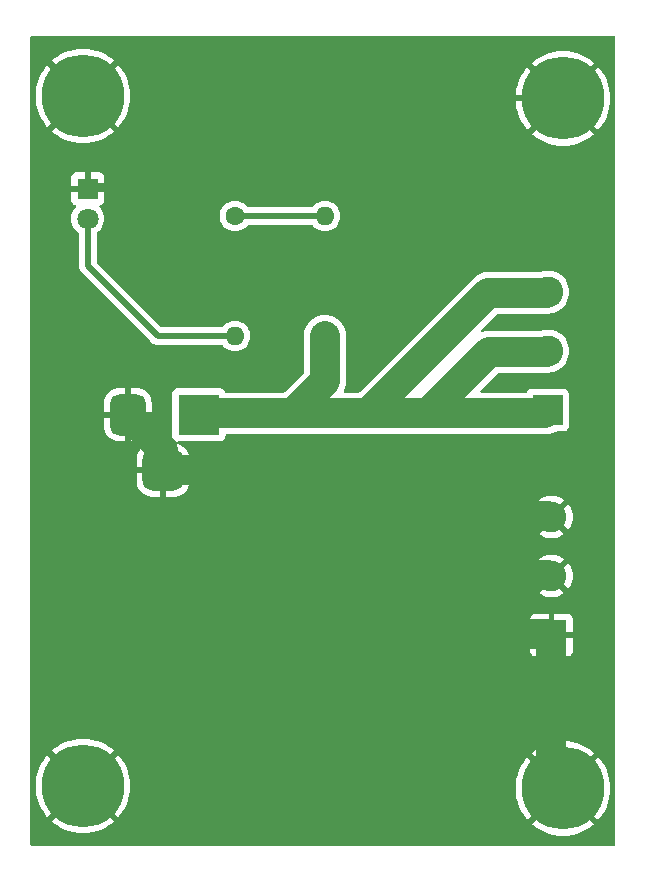
<source format=gbr>
%TF.GenerationSoftware,KiCad,Pcbnew,8.0.4*%
%TF.CreationDate,2024-11-12T18:47:43-08:00*%
%TF.ProjectId,PD Jack_RevA,5044204a-6163-46b5-9f52-6576412e6b69,rev?*%
%TF.SameCoordinates,Original*%
%TF.FileFunction,Copper,L2,Bot*%
%TF.FilePolarity,Positive*%
%FSLAX46Y46*%
G04 Gerber Fmt 4.6, Leading zero omitted, Abs format (unit mm)*
G04 Created by KiCad (PCBNEW 8.0.4) date 2024-11-12 18:47:43*
%MOMM*%
%LPD*%
G01*
G04 APERTURE LIST*
G04 Aperture macros list*
%AMRoundRect*
0 Rectangle with rounded corners*
0 $1 Rounding radius*
0 $2 $3 $4 $5 $6 $7 $8 $9 X,Y pos of 4 corners*
0 Add a 4 corners polygon primitive as box body*
4,1,4,$2,$3,$4,$5,$6,$7,$8,$9,$2,$3,0*
0 Add four circle primitives for the rounded corners*
1,1,$1+$1,$2,$3*
1,1,$1+$1,$4,$5*
1,1,$1+$1,$6,$7*
1,1,$1+$1,$8,$9*
0 Add four rect primitives between the rounded corners*
20,1,$1+$1,$2,$3,$4,$5,0*
20,1,$1+$1,$4,$5,$6,$7,0*
20,1,$1+$1,$6,$7,$8,$9,0*
20,1,$1+$1,$8,$9,$2,$3,0*%
G04 Aperture macros list end*
%TA.AperFunction,ComponentPad*%
%ADD10C,7.000000*%
%TD*%
%TA.AperFunction,ComponentPad*%
%ADD11R,1.800000X1.800000*%
%TD*%
%TA.AperFunction,ComponentPad*%
%ADD12C,1.800000*%
%TD*%
%TA.AperFunction,ComponentPad*%
%ADD13R,3.500000X3.500000*%
%TD*%
%TA.AperFunction,ComponentPad*%
%ADD14RoundRect,0.750000X-0.750000X-1.000000X0.750000X-1.000000X0.750000X1.000000X-0.750000X1.000000X0*%
%TD*%
%TA.AperFunction,ComponentPad*%
%ADD15RoundRect,0.875000X-0.875000X-0.875000X0.875000X-0.875000X0.875000X0.875000X-0.875000X0.875000X0*%
%TD*%
%TA.AperFunction,ComponentPad*%
%ADD16C,1.600000*%
%TD*%
%TA.AperFunction,ComponentPad*%
%ADD17O,1.600000X1.600000*%
%TD*%
%TA.AperFunction,ComponentPad*%
%ADD18R,2.600000X2.600000*%
%TD*%
%TA.AperFunction,ComponentPad*%
%ADD19C,2.600000*%
%TD*%
%TA.AperFunction,Conductor*%
%ADD20C,0.508000*%
%TD*%
%TA.AperFunction,Conductor*%
%ADD21C,2.540000*%
%TD*%
G04 APERTURE END LIST*
D10*
%TO.P,H4,1,1*%
%TO.N,GND*%
X124460000Y-130810000D03*
%TD*%
D11*
%TO.P,D1,1,K*%
%TO.N,GND*%
X124865000Y-80237000D03*
D12*
%TO.P,D1,2,A*%
%TO.N,Net-(D1-A)*%
X124865000Y-82777000D03*
%TD*%
D13*
%TO.P,J1,1*%
%TO.N,18V*%
X134270000Y-99372500D03*
D14*
%TO.P,J1,2*%
%TO.N,GND*%
X128270000Y-99372500D03*
D15*
%TO.P,J1,3*%
X131270000Y-104072500D03*
%TD*%
D16*
%TO.P,R1,1*%
%TO.N,18V*%
X144958000Y-92710000D03*
D17*
%TO.P,R1,2*%
%TO.N,Net-(R1-Pad2)*%
X144958000Y-82550000D03*
%TD*%
D18*
%TO.P,(-)J3,1,Pin_1*%
%TO.N,GND*%
X164135000Y-118030000D03*
D19*
%TO.P,(-)J3,2,Pin_2*%
X164135000Y-113030000D03*
%TO.P,(-)J3,3,Pin_3*%
X164135000Y-108030000D03*
%TD*%
D10*
%TO.P,H2,1,1*%
%TO.N,GND*%
X165100000Y-131017000D03*
%TD*%
%TO.P,H1,1,1*%
%TO.N,GND*%
X165100000Y-72597000D03*
%TD*%
%TO.P,H3,1,1*%
%TO.N,GND*%
X124460000Y-72390000D03*
%TD*%
D18*
%TO.P,(+)J2,1,Pin_1*%
%TO.N,18V*%
X163830000Y-98980000D03*
D19*
%TO.P,(+)J2,2,Pin_2*%
X163830000Y-93980000D03*
%TO.P,(+)J2,3,Pin_3*%
X163830000Y-88980000D03*
%TD*%
D16*
%TO.P,R2,1*%
%TO.N,Net-(R1-Pad2)*%
X137338000Y-82550000D03*
D17*
%TO.P,R2,2*%
%TO.N,Net-(D1-A)*%
X137338000Y-92710000D03*
%TD*%
D20*
%TO.N,Net-(R1-Pad2)*%
X137338000Y-82550000D02*
X144958000Y-82550000D01*
%TO.N,18V*%
X134375500Y-99267000D02*
X134270000Y-99372500D01*
D21*
X163623000Y-99267000D02*
X163830000Y-99060000D01*
X142240000Y-99267000D02*
X144958000Y-96549000D01*
D20*
X163543000Y-99267000D02*
X163830000Y-98980000D01*
D21*
X144958000Y-96549000D02*
X144958000Y-92710000D01*
X142240000Y-99267000D02*
X134375500Y-99267000D01*
X144780000Y-99267000D02*
X142240000Y-99267000D01*
X148590000Y-99267000D02*
X153670000Y-99267000D01*
X163750000Y-89060000D02*
X163830000Y-88980000D01*
X158877000Y-94060000D02*
X153670000Y-99267000D01*
X158797000Y-89060000D02*
X148590000Y-99267000D01*
X163750000Y-94060000D02*
X163830000Y-93980000D01*
X153670000Y-99267000D02*
X163543000Y-99267000D01*
X158797000Y-89060000D02*
X163750000Y-89060000D01*
X144780000Y-99267000D02*
X148590000Y-99267000D01*
X158877000Y-94060000D02*
X163750000Y-94060000D01*
D20*
%TO.N,Net-(D1-A)*%
X124865000Y-86765000D02*
X124865000Y-82777000D01*
X130810000Y-92710000D02*
X137338000Y-92710000D01*
X130810000Y-92710000D02*
X124865000Y-86765000D01*
D21*
%TO.N,GND*%
X131270000Y-104072500D02*
X143510000Y-104072500D01*
X143510000Y-105410000D02*
X156050000Y-117950000D01*
D20*
X133350000Y-76200000D02*
X129540000Y-80010000D01*
D21*
X148590000Y-105410000D02*
X156130000Y-112950000D01*
D20*
X158543000Y-72597000D02*
X165100000Y-72597000D01*
D21*
X156130000Y-112950000D02*
X163830000Y-112950000D01*
X143510000Y-104072500D02*
X143510000Y-105410000D01*
X156210000Y-107950000D02*
X163830000Y-107950000D01*
X156050000Y-117950000D02*
X163830000Y-117950000D01*
X128270000Y-99372500D02*
X131270000Y-102372500D01*
X164135000Y-118030000D02*
X164135000Y-130052000D01*
D20*
X158543000Y-72597000D02*
X154940000Y-76200000D01*
D21*
X152332500Y-104072500D02*
X156210000Y-107950000D01*
X148590000Y-104072500D02*
X148590000Y-105410000D01*
D20*
X125092000Y-80010000D02*
X124865000Y-80237000D01*
X154940000Y-76200000D02*
X133350000Y-76200000D01*
D21*
X131270000Y-102372500D02*
X131270000Y-104072500D01*
D20*
X129540000Y-80010000D02*
X125092000Y-80010000D01*
D21*
X164135000Y-130052000D02*
X165100000Y-131017000D01*
X148590000Y-104072500D02*
X152332500Y-104072500D01*
X143510000Y-104072500D02*
X148590000Y-104072500D01*
%TD*%
%TA.AperFunction,Conductor*%
%TO.N,GND*%
G36*
X169488039Y-67329685D02*
G01*
X169533794Y-67382489D01*
X169545000Y-67434000D01*
X169545000Y-135766000D01*
X169525315Y-135833039D01*
X169472511Y-135878794D01*
X169421000Y-135890000D01*
X120139000Y-135890000D01*
X120071961Y-135870315D01*
X120026206Y-135817511D01*
X120015000Y-135766000D01*
X120015000Y-130810000D01*
X120455176Y-130810000D01*
X120474461Y-131202550D01*
X120532129Y-131591308D01*
X120627625Y-131972549D01*
X120760016Y-132342559D01*
X120760023Y-132342575D01*
X120928062Y-132697864D01*
X121130109Y-133034958D01*
X121364228Y-133350632D01*
X121460068Y-133456376D01*
X121460069Y-133456376D01*
X123058381Y-131858064D01*
X123141457Y-131966331D01*
X123303669Y-132128543D01*
X123411934Y-132211617D01*
X121813622Y-133809929D01*
X121813622Y-133809930D01*
X121919367Y-133905771D01*
X122235041Y-134139890D01*
X122572135Y-134341937D01*
X122927424Y-134509976D01*
X122927440Y-134509983D01*
X123297450Y-134642374D01*
X123678691Y-134737870D01*
X124067449Y-134795538D01*
X124460000Y-134814823D01*
X124852550Y-134795538D01*
X125241308Y-134737870D01*
X125622549Y-134642374D01*
X125992559Y-134509983D01*
X125992575Y-134509976D01*
X126347864Y-134341937D01*
X126684958Y-134139890D01*
X127000632Y-133905770D01*
X127106376Y-133809929D01*
X125508065Y-132211618D01*
X125616331Y-132128543D01*
X125778543Y-131966331D01*
X125861618Y-131858065D01*
X127459929Y-133456376D01*
X127555770Y-133350632D01*
X127789890Y-133034958D01*
X127991937Y-132697864D01*
X128159976Y-132342575D01*
X128159983Y-132342559D01*
X128292374Y-131972549D01*
X128387870Y-131591308D01*
X128445538Y-131202550D01*
X128454654Y-131017000D01*
X161095176Y-131017000D01*
X161114461Y-131409550D01*
X161172129Y-131798308D01*
X161267625Y-132179549D01*
X161400016Y-132549559D01*
X161400023Y-132549575D01*
X161568062Y-132904864D01*
X161770109Y-133241958D01*
X162004228Y-133557632D01*
X162100068Y-133663376D01*
X162100069Y-133663376D01*
X163698381Y-132065064D01*
X163781457Y-132173331D01*
X163943669Y-132335543D01*
X164051934Y-132418617D01*
X162453622Y-134016929D01*
X162453622Y-134016930D01*
X162559367Y-134112771D01*
X162875041Y-134346890D01*
X163212135Y-134548937D01*
X163567424Y-134716976D01*
X163567440Y-134716983D01*
X163937450Y-134849374D01*
X164318691Y-134944870D01*
X164707449Y-135002538D01*
X165100000Y-135021823D01*
X165492550Y-135002538D01*
X165881308Y-134944870D01*
X166262549Y-134849374D01*
X166632559Y-134716983D01*
X166632575Y-134716976D01*
X166987864Y-134548937D01*
X167324958Y-134346890D01*
X167640632Y-134112770D01*
X167746376Y-134016929D01*
X166148065Y-132418618D01*
X166256331Y-132335543D01*
X166418543Y-132173331D01*
X166501618Y-132065065D01*
X168099929Y-133663376D01*
X168195770Y-133557632D01*
X168429890Y-133241958D01*
X168631937Y-132904864D01*
X168799976Y-132549575D01*
X168799983Y-132549559D01*
X168932374Y-132179549D01*
X169027870Y-131798308D01*
X169085538Y-131409550D01*
X169104823Y-131017000D01*
X169085538Y-130624449D01*
X169027870Y-130235691D01*
X168932374Y-129854450D01*
X168799983Y-129484440D01*
X168799976Y-129484424D01*
X168631937Y-129129135D01*
X168429890Y-128792041D01*
X168195771Y-128476367D01*
X168099930Y-128370622D01*
X168099929Y-128370622D01*
X166501617Y-129968934D01*
X166418543Y-129860669D01*
X166256331Y-129698457D01*
X166148065Y-129615381D01*
X167746376Y-128017069D01*
X167746376Y-128017068D01*
X167640632Y-127921228D01*
X167324958Y-127687109D01*
X166987864Y-127485062D01*
X166632575Y-127317023D01*
X166632559Y-127317016D01*
X166262549Y-127184625D01*
X165881308Y-127089129D01*
X165492550Y-127031461D01*
X165100000Y-127012176D01*
X164707449Y-127031461D01*
X164318691Y-127089129D01*
X163937450Y-127184625D01*
X163567440Y-127317016D01*
X163567424Y-127317023D01*
X163212135Y-127485062D01*
X162875041Y-127687109D01*
X162559368Y-127921228D01*
X162453622Y-128017069D01*
X164051934Y-129615381D01*
X163943669Y-129698457D01*
X163781457Y-129860669D01*
X163698382Y-129968934D01*
X162100069Y-128370622D01*
X162004228Y-128476368D01*
X161770109Y-128792041D01*
X161568062Y-129129135D01*
X161400023Y-129484424D01*
X161400016Y-129484440D01*
X161267625Y-129854450D01*
X161172129Y-130235691D01*
X161114461Y-130624449D01*
X161095176Y-131017000D01*
X128454654Y-131017000D01*
X128464823Y-130810000D01*
X128445538Y-130417449D01*
X128387870Y-130028691D01*
X128292374Y-129647450D01*
X128159983Y-129277440D01*
X128159976Y-129277424D01*
X127991937Y-128922135D01*
X127789890Y-128585041D01*
X127555771Y-128269367D01*
X127459930Y-128163622D01*
X127459929Y-128163622D01*
X125861617Y-129761934D01*
X125778543Y-129653669D01*
X125616331Y-129491457D01*
X125508065Y-129408381D01*
X127106376Y-127810069D01*
X127106376Y-127810068D01*
X127000632Y-127714228D01*
X126684958Y-127480109D01*
X126347864Y-127278062D01*
X125992575Y-127110023D01*
X125992559Y-127110016D01*
X125622549Y-126977625D01*
X125241308Y-126882129D01*
X124852550Y-126824461D01*
X124460000Y-126805176D01*
X124067449Y-126824461D01*
X123678691Y-126882129D01*
X123297450Y-126977625D01*
X122927440Y-127110016D01*
X122927424Y-127110023D01*
X122572135Y-127278062D01*
X122235041Y-127480109D01*
X121919368Y-127714228D01*
X121813622Y-127810069D01*
X123411934Y-129408381D01*
X123303669Y-129491457D01*
X123141457Y-129653669D01*
X123058381Y-129761934D01*
X121460069Y-128163622D01*
X121364228Y-128269368D01*
X121130109Y-128585041D01*
X120928062Y-128922135D01*
X120760023Y-129277424D01*
X120760016Y-129277440D01*
X120627625Y-129647450D01*
X120532129Y-130028691D01*
X120474461Y-130417449D01*
X120455176Y-130810000D01*
X120015000Y-130810000D01*
X120015000Y-116682155D01*
X162335000Y-116682155D01*
X162335000Y-117780000D01*
X163534999Y-117780000D01*
X163509979Y-117840402D01*
X163485000Y-117965981D01*
X163485000Y-118094019D01*
X163509979Y-118219598D01*
X163534999Y-118280000D01*
X162335000Y-118280000D01*
X162335000Y-119377844D01*
X162341401Y-119437372D01*
X162341403Y-119437379D01*
X162391645Y-119572086D01*
X162391649Y-119572093D01*
X162477809Y-119687187D01*
X162477812Y-119687190D01*
X162592906Y-119773350D01*
X162592913Y-119773354D01*
X162727620Y-119823596D01*
X162727627Y-119823598D01*
X162787155Y-119829999D01*
X162787172Y-119830000D01*
X163885000Y-119830000D01*
X163885000Y-118630001D01*
X163945402Y-118655021D01*
X164070981Y-118680000D01*
X164199019Y-118680000D01*
X164324598Y-118655021D01*
X164385000Y-118630001D01*
X164385000Y-119830000D01*
X165482828Y-119830000D01*
X165482844Y-119829999D01*
X165542372Y-119823598D01*
X165542379Y-119823596D01*
X165677086Y-119773354D01*
X165677093Y-119773350D01*
X165792187Y-119687190D01*
X165792190Y-119687187D01*
X165878350Y-119572093D01*
X165878354Y-119572086D01*
X165928596Y-119437379D01*
X165928598Y-119437372D01*
X165934999Y-119377844D01*
X165935000Y-119377827D01*
X165935000Y-118280000D01*
X164735001Y-118280000D01*
X164760021Y-118219598D01*
X164785000Y-118094019D01*
X164785000Y-117965981D01*
X164760021Y-117840402D01*
X164735001Y-117780000D01*
X165935000Y-117780000D01*
X165935000Y-116682172D01*
X165934999Y-116682155D01*
X165928598Y-116622627D01*
X165928596Y-116622620D01*
X165878354Y-116487913D01*
X165878350Y-116487906D01*
X165792190Y-116372812D01*
X165792187Y-116372809D01*
X165677093Y-116286649D01*
X165677086Y-116286645D01*
X165542379Y-116236403D01*
X165542372Y-116236401D01*
X165482844Y-116230000D01*
X164385000Y-116230000D01*
X164385000Y-117429998D01*
X164324598Y-117404979D01*
X164199019Y-117380000D01*
X164070981Y-117380000D01*
X163945402Y-117404979D01*
X163885000Y-117429998D01*
X163885000Y-116230000D01*
X162787155Y-116230000D01*
X162727627Y-116236401D01*
X162727620Y-116236403D01*
X162592913Y-116286645D01*
X162592906Y-116286649D01*
X162477812Y-116372809D01*
X162477809Y-116372812D01*
X162391649Y-116487906D01*
X162391645Y-116487913D01*
X162341403Y-116622620D01*
X162341401Y-116622627D01*
X162335000Y-116682155D01*
X120015000Y-116682155D01*
X120015000Y-113029995D01*
X162329953Y-113029995D01*
X162329953Y-113030004D01*
X162350113Y-113299026D01*
X162350113Y-113299028D01*
X162410142Y-113562033D01*
X162410148Y-113562052D01*
X162508709Y-113813181D01*
X162508708Y-113813181D01*
X162643602Y-114046822D01*
X162697294Y-114114151D01*
X162697295Y-114114151D01*
X163533958Y-113277488D01*
X163558978Y-113337890D01*
X163630112Y-113444351D01*
X163720649Y-113534888D01*
X163827110Y-113606022D01*
X163887510Y-113631041D01*
X163049848Y-114468702D01*
X163232483Y-114593220D01*
X163232485Y-114593221D01*
X163475539Y-114710269D01*
X163475537Y-114710269D01*
X163733337Y-114789790D01*
X163733343Y-114789792D01*
X164000101Y-114829999D01*
X164000110Y-114830000D01*
X164269890Y-114830000D01*
X164269898Y-114829999D01*
X164536656Y-114789792D01*
X164536662Y-114789790D01*
X164794461Y-114710269D01*
X165037521Y-114593218D01*
X165220150Y-114468702D01*
X164382488Y-113631041D01*
X164442890Y-113606022D01*
X164549351Y-113534888D01*
X164639888Y-113444351D01*
X164711022Y-113337890D01*
X164736041Y-113277489D01*
X165572703Y-114114151D01*
X165572704Y-114114150D01*
X165626393Y-114046828D01*
X165626400Y-114046817D01*
X165761290Y-113813181D01*
X165859851Y-113562052D01*
X165859857Y-113562033D01*
X165919886Y-113299028D01*
X165919886Y-113299026D01*
X165940047Y-113030004D01*
X165940047Y-113029995D01*
X165919886Y-112760973D01*
X165919886Y-112760971D01*
X165859857Y-112497966D01*
X165859851Y-112497947D01*
X165761290Y-112246818D01*
X165761291Y-112246818D01*
X165626397Y-112013177D01*
X165572704Y-111945847D01*
X164736041Y-112782510D01*
X164711022Y-112722110D01*
X164639888Y-112615649D01*
X164549351Y-112525112D01*
X164442890Y-112453978D01*
X164382488Y-112428958D01*
X165220150Y-111591296D01*
X165037517Y-111466779D01*
X165037516Y-111466778D01*
X164794460Y-111349730D01*
X164794462Y-111349730D01*
X164536662Y-111270209D01*
X164536656Y-111270207D01*
X164269898Y-111230000D01*
X164000101Y-111230000D01*
X163733343Y-111270207D01*
X163733337Y-111270209D01*
X163475538Y-111349730D01*
X163232485Y-111466778D01*
X163232476Y-111466783D01*
X163049848Y-111591296D01*
X163887511Y-112428958D01*
X163827110Y-112453978D01*
X163720649Y-112525112D01*
X163630112Y-112615649D01*
X163558978Y-112722110D01*
X163533958Y-112782511D01*
X162697295Y-111945848D01*
X162643600Y-112013180D01*
X162508709Y-112246818D01*
X162410148Y-112497947D01*
X162410142Y-112497966D01*
X162350113Y-112760971D01*
X162350113Y-112760973D01*
X162329953Y-113029995D01*
X120015000Y-113029995D01*
X120015000Y-108029995D01*
X162329953Y-108029995D01*
X162329953Y-108030004D01*
X162350113Y-108299026D01*
X162350113Y-108299028D01*
X162410142Y-108562033D01*
X162410148Y-108562052D01*
X162508709Y-108813181D01*
X162508708Y-108813181D01*
X162643602Y-109046822D01*
X162697294Y-109114151D01*
X162697295Y-109114151D01*
X163533958Y-108277488D01*
X163558978Y-108337890D01*
X163630112Y-108444351D01*
X163720649Y-108534888D01*
X163827110Y-108606022D01*
X163887510Y-108631041D01*
X163049848Y-109468702D01*
X163232483Y-109593220D01*
X163232485Y-109593221D01*
X163475539Y-109710269D01*
X163475537Y-109710269D01*
X163733337Y-109789790D01*
X163733343Y-109789792D01*
X164000101Y-109829999D01*
X164000110Y-109830000D01*
X164269890Y-109830000D01*
X164269898Y-109829999D01*
X164536656Y-109789792D01*
X164536662Y-109789790D01*
X164794461Y-109710269D01*
X165037521Y-109593218D01*
X165220150Y-109468702D01*
X164382488Y-108631041D01*
X164442890Y-108606022D01*
X164549351Y-108534888D01*
X164639888Y-108444351D01*
X164711022Y-108337890D01*
X164736041Y-108277489D01*
X165572703Y-109114151D01*
X165572704Y-109114150D01*
X165626393Y-109046828D01*
X165626400Y-109046817D01*
X165761290Y-108813181D01*
X165859851Y-108562052D01*
X165859857Y-108562033D01*
X165919886Y-108299028D01*
X165919886Y-108299026D01*
X165940047Y-108030004D01*
X165940047Y-108029995D01*
X165919886Y-107760973D01*
X165919886Y-107760971D01*
X165859857Y-107497966D01*
X165859851Y-107497947D01*
X165761290Y-107246818D01*
X165761291Y-107246818D01*
X165626397Y-107013177D01*
X165572704Y-106945847D01*
X164736041Y-107782510D01*
X164711022Y-107722110D01*
X164639888Y-107615649D01*
X164549351Y-107525112D01*
X164442890Y-107453978D01*
X164382488Y-107428958D01*
X165220150Y-106591296D01*
X165037517Y-106466779D01*
X165037516Y-106466778D01*
X164794460Y-106349730D01*
X164794462Y-106349730D01*
X164536662Y-106270209D01*
X164536656Y-106270207D01*
X164269898Y-106230000D01*
X164000101Y-106230000D01*
X163733343Y-106270207D01*
X163733337Y-106270209D01*
X163475538Y-106349730D01*
X163232485Y-106466778D01*
X163232476Y-106466783D01*
X163049848Y-106591296D01*
X163887511Y-107428958D01*
X163827110Y-107453978D01*
X163720649Y-107525112D01*
X163630112Y-107615649D01*
X163558978Y-107722110D01*
X163533958Y-107782511D01*
X162697295Y-106945848D01*
X162643600Y-107013180D01*
X162508709Y-107246818D01*
X162410148Y-107497947D01*
X162410142Y-107497966D01*
X162350113Y-107760971D01*
X162350113Y-107760973D01*
X162329953Y-108029995D01*
X120015000Y-108029995D01*
X120015000Y-103103921D01*
X129020000Y-103103921D01*
X129020000Y-103822500D01*
X129836988Y-103822500D01*
X129804075Y-103879507D01*
X129770000Y-104006674D01*
X129770000Y-104138326D01*
X129804075Y-104265493D01*
X129836988Y-104322500D01*
X129020001Y-104322500D01*
X129020001Y-105041088D01*
X129022794Y-105093691D01*
X129067237Y-105323487D01*
X129149879Y-105542475D01*
X129268339Y-105744341D01*
X129268344Y-105744348D01*
X129419211Y-105923286D01*
X129419213Y-105923288D01*
X129598151Y-106074155D01*
X129598158Y-106074160D01*
X129800024Y-106192620D01*
X130019012Y-106275262D01*
X130248809Y-106319705D01*
X130301382Y-106322498D01*
X130301421Y-106322499D01*
X131019999Y-106322499D01*
X131020000Y-106322498D01*
X131020000Y-104572500D01*
X131520000Y-104572500D01*
X131520000Y-106322499D01*
X132238576Y-106322499D01*
X132238588Y-106322498D01*
X132291191Y-106319705D01*
X132520987Y-106275262D01*
X132739975Y-106192620D01*
X132941841Y-106074160D01*
X132941848Y-106074155D01*
X133120786Y-105923288D01*
X133120788Y-105923286D01*
X133271655Y-105744348D01*
X133271660Y-105744341D01*
X133390120Y-105542475D01*
X133472762Y-105323487D01*
X133517205Y-105093691D01*
X133517205Y-105093690D01*
X133519998Y-105041117D01*
X133520000Y-105041078D01*
X133520000Y-104322500D01*
X132703012Y-104322500D01*
X132735925Y-104265493D01*
X132770000Y-104138326D01*
X132770000Y-104006674D01*
X132735925Y-103879507D01*
X132703012Y-103822500D01*
X133519999Y-103822500D01*
X133519999Y-103103923D01*
X133519998Y-103103911D01*
X133517205Y-103051308D01*
X133472762Y-102821512D01*
X133390120Y-102602524D01*
X133271660Y-102400658D01*
X133271655Y-102400651D01*
X133120788Y-102221713D01*
X133120786Y-102221711D01*
X132941848Y-102070844D01*
X132941841Y-102070839D01*
X132739975Y-101952379D01*
X132520984Y-101869736D01*
X132515840Y-101868741D01*
X132453760Y-101836680D01*
X132418869Y-101776146D01*
X132422244Y-101706358D01*
X132462814Y-101649473D01*
X132527697Y-101623552D01*
X132539374Y-101622999D01*
X136067872Y-101622999D01*
X136127483Y-101616591D01*
X136262331Y-101566296D01*
X136377546Y-101480046D01*
X136463796Y-101364831D01*
X136514091Y-101229983D01*
X136520500Y-101170373D01*
X136520500Y-101161500D01*
X136540185Y-101094461D01*
X136592989Y-101048706D01*
X136644500Y-101037500D01*
X142120083Y-101037500D01*
X142120115Y-101037501D01*
X142123955Y-101037501D01*
X142359885Y-101037501D01*
X142359917Y-101037500D01*
X144663955Y-101037500D01*
X148470083Y-101037500D01*
X148470115Y-101037501D01*
X148473955Y-101037501D01*
X148709885Y-101037501D01*
X148709917Y-101037500D01*
X153550083Y-101037500D01*
X153550115Y-101037501D01*
X153553955Y-101037501D01*
X153789885Y-101037501D01*
X153789917Y-101037500D01*
X163503083Y-101037500D01*
X163503115Y-101037501D01*
X163506955Y-101037501D01*
X163739038Y-101037501D01*
X163739045Y-101037501D01*
X163969149Y-101007207D01*
X164193330Y-100947137D01*
X164407752Y-100858320D01*
X164442211Y-100838425D01*
X164513768Y-100797112D01*
X164575768Y-100780499D01*
X165177871Y-100780499D01*
X165177872Y-100780499D01*
X165237483Y-100774091D01*
X165372331Y-100723796D01*
X165487546Y-100637546D01*
X165573796Y-100522331D01*
X165624091Y-100387483D01*
X165630500Y-100327873D01*
X165630499Y-97632128D01*
X165624091Y-97572517D01*
X165622467Y-97568164D01*
X165573797Y-97437671D01*
X165573793Y-97437664D01*
X165487547Y-97322455D01*
X165487544Y-97322452D01*
X165372335Y-97236206D01*
X165372328Y-97236202D01*
X165237482Y-97185908D01*
X165237483Y-97185908D01*
X165177883Y-97179501D01*
X165177881Y-97179500D01*
X165177873Y-97179500D01*
X165177864Y-97179500D01*
X162482129Y-97179500D01*
X162482123Y-97179501D01*
X162422516Y-97185908D01*
X162287671Y-97236202D01*
X162287664Y-97236206D01*
X162172455Y-97322452D01*
X162172452Y-97322455D01*
X162080888Y-97444769D01*
X162078376Y-97442889D01*
X162039935Y-97481332D01*
X161980507Y-97496500D01*
X158243727Y-97496500D01*
X158176688Y-97476815D01*
X158130933Y-97424011D01*
X158120989Y-97354853D01*
X158150014Y-97291297D01*
X158156046Y-97284819D01*
X159574046Y-95866819D01*
X159635369Y-95833334D01*
X159661727Y-95830500D01*
X163630083Y-95830500D01*
X163630115Y-95830501D01*
X163633955Y-95830501D01*
X163866038Y-95830501D01*
X163866045Y-95830501D01*
X164096149Y-95800207D01*
X164320330Y-95740137D01*
X164534752Y-95651320D01*
X164534759Y-95651315D01*
X164534763Y-95651314D01*
X164576836Y-95627022D01*
X164659240Y-95579446D01*
X164667406Y-95575130D01*
X164732775Y-95543651D01*
X164955741Y-95391635D01*
X165153561Y-95208085D01*
X165321815Y-94997102D01*
X165456743Y-94763398D01*
X165555334Y-94512195D01*
X165615383Y-94249103D01*
X165632891Y-94015468D01*
X165635549Y-93980004D01*
X165635549Y-93979995D01*
X165615383Y-93710898D01*
X165615189Y-93710047D01*
X165555334Y-93447805D01*
X165456743Y-93196602D01*
X165321815Y-92962898D01*
X165153561Y-92751915D01*
X165153560Y-92751914D01*
X165153557Y-92751910D01*
X164955741Y-92568365D01*
X164732775Y-92416349D01*
X164732771Y-92416347D01*
X164732768Y-92416345D01*
X164732767Y-92416344D01*
X164489643Y-92299263D01*
X164489645Y-92299263D01*
X164231773Y-92219720D01*
X164231767Y-92219718D01*
X163964936Y-92179500D01*
X163964929Y-92179500D01*
X163695071Y-92179500D01*
X163695063Y-92179500D01*
X163428232Y-92219718D01*
X163428226Y-92219720D01*
X163219867Y-92283991D01*
X163183317Y-92289500D01*
X158996917Y-92289500D01*
X158996885Y-92289499D01*
X158993045Y-92289499D01*
X158760955Y-92289499D01*
X158760947Y-92289499D01*
X158530854Y-92319792D01*
X158308804Y-92379291D01*
X158238954Y-92377628D01*
X158181091Y-92338466D01*
X158153587Y-92274237D01*
X158165173Y-92205335D01*
X158189026Y-92171838D01*
X159494046Y-90866819D01*
X159555369Y-90833334D01*
X159581727Y-90830500D01*
X163630083Y-90830500D01*
X163630115Y-90830501D01*
X163633955Y-90830501D01*
X163866038Y-90830501D01*
X163866045Y-90830501D01*
X164096149Y-90800207D01*
X164320330Y-90740137D01*
X164534752Y-90651320D01*
X164534759Y-90651315D01*
X164534763Y-90651314D01*
X164576836Y-90627022D01*
X164659240Y-90579446D01*
X164667406Y-90575130D01*
X164732775Y-90543651D01*
X164955741Y-90391635D01*
X165153561Y-90208085D01*
X165321815Y-89997102D01*
X165456743Y-89763398D01*
X165555334Y-89512195D01*
X165615383Y-89249103D01*
X165635549Y-88980000D01*
X165615383Y-88710897D01*
X165555334Y-88447805D01*
X165456743Y-88196602D01*
X165321815Y-87962898D01*
X165153561Y-87751915D01*
X165153560Y-87751914D01*
X165153557Y-87751910D01*
X164955741Y-87568365D01*
X164884069Y-87519500D01*
X164732775Y-87416349D01*
X164732771Y-87416347D01*
X164732768Y-87416345D01*
X164732767Y-87416344D01*
X164489643Y-87299263D01*
X164489645Y-87299263D01*
X164231773Y-87219720D01*
X164231767Y-87219718D01*
X163964936Y-87179500D01*
X163964929Y-87179500D01*
X163695071Y-87179500D01*
X163695063Y-87179500D01*
X163428232Y-87219718D01*
X163428226Y-87219720D01*
X163219867Y-87283991D01*
X163183317Y-87289500D01*
X158916917Y-87289500D01*
X158916885Y-87289499D01*
X158913045Y-87289499D01*
X158680955Y-87289499D01*
X158680947Y-87289499D01*
X158450855Y-87319792D01*
X158226665Y-87379864D01*
X158012251Y-87468677D01*
X158012247Y-87468679D01*
X157968236Y-87494089D01*
X157924224Y-87519500D01*
X157924223Y-87519500D01*
X157811256Y-87584720D01*
X157811254Y-87584721D01*
X157627125Y-87726008D01*
X157545068Y-87808065D01*
X157463011Y-87890123D01*
X157463007Y-87890127D01*
X147892954Y-97460181D01*
X147831631Y-97493666D01*
X147805273Y-97496500D01*
X146667487Y-97496500D01*
X146600448Y-97476815D01*
X146554693Y-97424011D01*
X146544749Y-97354853D01*
X146552926Y-97325047D01*
X146589727Y-97236202D01*
X146638137Y-97119330D01*
X146698206Y-96895149D01*
X146728500Y-96665045D01*
X146728500Y-92593955D01*
X146698206Y-92363851D01*
X146638137Y-92139670D01*
X146549320Y-91925248D01*
X146549314Y-91925237D01*
X146433279Y-91724256D01*
X146433278Y-91724254D01*
X146291990Y-91540124D01*
X146291984Y-91540117D01*
X146127882Y-91376015D01*
X146127875Y-91376009D01*
X145943745Y-91234721D01*
X145943743Y-91234720D01*
X145742762Y-91118685D01*
X145742754Y-91118681D01*
X145742752Y-91118680D01*
X145528330Y-91029863D01*
X145528331Y-91029863D01*
X145528328Y-91029862D01*
X145386203Y-90991780D01*
X145304149Y-90969794D01*
X145275386Y-90966007D01*
X145074052Y-90939500D01*
X145074045Y-90939500D01*
X144841955Y-90939500D01*
X144841947Y-90939500D01*
X144611851Y-90969794D01*
X144387671Y-91029862D01*
X144173254Y-91118677D01*
X144173237Y-91118685D01*
X143972256Y-91234720D01*
X143972254Y-91234721D01*
X143788124Y-91376009D01*
X143788117Y-91376015D01*
X143624015Y-91540117D01*
X143624009Y-91540124D01*
X143482721Y-91724254D01*
X143482720Y-91724256D01*
X143366685Y-91925237D01*
X143366677Y-91925254D01*
X143277862Y-92139671D01*
X143217794Y-92363851D01*
X143187500Y-92593947D01*
X143187500Y-95764273D01*
X143167815Y-95831312D01*
X143151181Y-95851954D01*
X141542954Y-97460181D01*
X141481631Y-97493666D01*
X141455273Y-97496500D01*
X136593280Y-97496500D01*
X136526241Y-97476815D01*
X136480486Y-97424011D01*
X136477099Y-97415835D01*
X136463795Y-97380166D01*
X136463794Y-97380165D01*
X136377547Y-97264955D01*
X136377544Y-97264952D01*
X136262335Y-97178706D01*
X136262328Y-97178702D01*
X136127482Y-97128408D01*
X136127483Y-97128408D01*
X136067883Y-97122001D01*
X136067881Y-97122000D01*
X136067873Y-97122000D01*
X136067864Y-97122000D01*
X132472129Y-97122000D01*
X132472123Y-97122001D01*
X132412516Y-97128408D01*
X132277671Y-97178702D01*
X132277664Y-97178706D01*
X132162455Y-97264952D01*
X132162452Y-97264955D01*
X132076206Y-97380164D01*
X132076202Y-97380171D01*
X132025908Y-97515017D01*
X132019501Y-97574616D01*
X132019500Y-97574635D01*
X132019500Y-101170370D01*
X132019501Y-101170376D01*
X132025908Y-101229983D01*
X132076202Y-101364828D01*
X132076206Y-101364835D01*
X132162452Y-101480044D01*
X132162455Y-101480047D01*
X132277664Y-101566293D01*
X132277673Y-101566298D01*
X132326506Y-101584511D01*
X132382440Y-101626381D01*
X132406858Y-101691845D01*
X132392007Y-101760118D01*
X132342603Y-101809524D01*
X132276598Y-101824518D01*
X132238625Y-101822501D01*
X132238579Y-101822500D01*
X131520000Y-101822500D01*
X131520000Y-103572500D01*
X131020000Y-103572500D01*
X131020000Y-101822500D01*
X130301423Y-101822500D01*
X130301411Y-101822501D01*
X130248808Y-101825294D01*
X130019012Y-101869737D01*
X129800024Y-101952379D01*
X129598158Y-102070839D01*
X129598151Y-102070844D01*
X129419213Y-102221711D01*
X129419211Y-102221713D01*
X129268344Y-102400651D01*
X129268339Y-102400658D01*
X129149879Y-102602524D01*
X129067237Y-102821512D01*
X129022794Y-103051308D01*
X129022794Y-103051309D01*
X129020001Y-103103882D01*
X129020000Y-103103921D01*
X120015000Y-103103921D01*
X120015000Y-98308303D01*
X126270000Y-98308303D01*
X126270000Y-99122500D01*
X127770000Y-99122500D01*
X127770000Y-99622500D01*
X126270001Y-99622500D01*
X126270001Y-100436697D01*
X126280400Y-100568832D01*
X126335377Y-100787019D01*
X126428428Y-100991874D01*
X126428431Y-100991880D01*
X126556559Y-101176823D01*
X126556569Y-101176835D01*
X126715664Y-101335930D01*
X126715676Y-101335940D01*
X126900619Y-101464068D01*
X126900625Y-101464071D01*
X127105480Y-101557122D01*
X127323667Y-101612099D01*
X127455810Y-101622499D01*
X128019999Y-101622499D01*
X128020000Y-101622498D01*
X128020000Y-100805512D01*
X128077007Y-100838425D01*
X128204174Y-100872500D01*
X128335826Y-100872500D01*
X128462993Y-100838425D01*
X128520000Y-100805512D01*
X128520000Y-101622499D01*
X129084182Y-101622499D01*
X129084197Y-101622498D01*
X129216332Y-101612099D01*
X129434519Y-101557122D01*
X129639374Y-101464071D01*
X129639380Y-101464068D01*
X129824323Y-101335940D01*
X129824335Y-101335930D01*
X129983430Y-101176835D01*
X129983440Y-101176823D01*
X130111568Y-100991880D01*
X130111571Y-100991874D01*
X130204622Y-100787019D01*
X130259599Y-100568832D01*
X130269999Y-100436696D01*
X130270000Y-100436684D01*
X130270000Y-99622500D01*
X128770000Y-99622500D01*
X128770000Y-99122500D01*
X130269999Y-99122500D01*
X130269999Y-98308317D01*
X130269998Y-98308302D01*
X130259599Y-98176167D01*
X130204622Y-97957980D01*
X130111571Y-97753125D01*
X130111568Y-97753119D01*
X129983440Y-97568176D01*
X129983430Y-97568164D01*
X129824335Y-97409069D01*
X129824323Y-97409059D01*
X129639380Y-97280931D01*
X129639374Y-97280928D01*
X129434519Y-97187877D01*
X129216332Y-97132900D01*
X129084196Y-97122500D01*
X128520000Y-97122500D01*
X128520000Y-97939488D01*
X128462993Y-97906575D01*
X128335826Y-97872500D01*
X128204174Y-97872500D01*
X128077007Y-97906575D01*
X128020000Y-97939488D01*
X128020000Y-97122500D01*
X127455817Y-97122500D01*
X127455802Y-97122501D01*
X127323667Y-97132900D01*
X127105480Y-97187877D01*
X126900625Y-97280928D01*
X126900619Y-97280931D01*
X126715676Y-97409059D01*
X126715664Y-97409069D01*
X126556569Y-97568164D01*
X126556559Y-97568176D01*
X126428431Y-97753119D01*
X126428428Y-97753125D01*
X126335377Y-97957980D01*
X126280400Y-98176167D01*
X126270000Y-98308303D01*
X120015000Y-98308303D01*
X120015000Y-82776993D01*
X123459700Y-82776993D01*
X123459700Y-82777006D01*
X123478864Y-83008297D01*
X123478866Y-83008308D01*
X123535842Y-83233300D01*
X123629075Y-83445848D01*
X123756016Y-83640147D01*
X123756019Y-83640151D01*
X123756021Y-83640153D01*
X123913216Y-83810913D01*
X124062663Y-83927232D01*
X124103475Y-83983940D01*
X124110500Y-84025084D01*
X124110500Y-86685552D01*
X124110499Y-86685578D01*
X124110499Y-86690688D01*
X124110499Y-86839312D01*
X124110499Y-86839314D01*
X124110498Y-86839314D01*
X124139493Y-86985073D01*
X124139496Y-86985083D01*
X124196366Y-87122381D01*
X124196372Y-87122392D01*
X124278942Y-87245968D01*
X124278943Y-87245969D01*
X130219600Y-93186624D01*
X130219621Y-93186647D01*
X130329029Y-93296055D01*
X130329032Y-93296057D01*
X130329034Y-93296059D01*
X130411605Y-93351230D01*
X130452611Y-93378630D01*
X130527052Y-93409464D01*
X130589920Y-93435505D01*
X130589924Y-93435506D01*
X130614104Y-93440315D01*
X130614110Y-93440316D01*
X130735686Y-93464501D01*
X130735688Y-93464501D01*
X130890426Y-93464501D01*
X130890446Y-93464500D01*
X136214138Y-93464500D01*
X136281177Y-93484185D01*
X136315713Y-93517377D01*
X136337954Y-93549141D01*
X136498858Y-93710045D01*
X136498861Y-93710047D01*
X136685266Y-93840568D01*
X136891504Y-93936739D01*
X137111308Y-93995635D01*
X137273230Y-94009801D01*
X137337998Y-94015468D01*
X137338000Y-94015468D01*
X137338002Y-94015468D01*
X137394673Y-94010509D01*
X137564692Y-93995635D01*
X137784496Y-93936739D01*
X137990734Y-93840568D01*
X138177139Y-93710047D01*
X138338047Y-93549139D01*
X138468568Y-93362734D01*
X138564739Y-93156496D01*
X138623635Y-92936692D01*
X138643468Y-92710000D01*
X138623635Y-92483308D01*
X138571704Y-92289499D01*
X138564741Y-92263511D01*
X138564738Y-92263502D01*
X138468568Y-92057267D01*
X138468567Y-92057265D01*
X138338045Y-91870858D01*
X138177141Y-91709954D01*
X137990734Y-91579432D01*
X137990732Y-91579431D01*
X137784497Y-91483261D01*
X137784488Y-91483258D01*
X137564697Y-91424366D01*
X137564693Y-91424365D01*
X137564692Y-91424365D01*
X137564691Y-91424364D01*
X137564686Y-91424364D01*
X137338002Y-91404532D01*
X137337998Y-91404532D01*
X137111313Y-91424364D01*
X137111302Y-91424366D01*
X136891511Y-91483258D01*
X136891502Y-91483261D01*
X136685267Y-91579431D01*
X136685265Y-91579432D01*
X136498858Y-91709954D01*
X136337954Y-91870858D01*
X136315713Y-91902623D01*
X136261137Y-91946248D01*
X136214138Y-91955500D01*
X131173886Y-91955500D01*
X131106847Y-91935815D01*
X131086205Y-91919181D01*
X125655819Y-86488794D01*
X125622334Y-86427471D01*
X125619500Y-86401113D01*
X125619500Y-84025084D01*
X125639185Y-83958045D01*
X125667334Y-83927233D01*
X125816784Y-83810913D01*
X125973979Y-83640153D01*
X126100924Y-83445849D01*
X126194157Y-83233300D01*
X126251134Y-83008305D01*
X126251135Y-83008297D01*
X126270300Y-82777006D01*
X126270300Y-82776993D01*
X126251491Y-82549998D01*
X136032532Y-82549998D01*
X136032532Y-82550001D01*
X136052364Y-82776686D01*
X136052366Y-82776697D01*
X136111258Y-82996488D01*
X136111261Y-82996497D01*
X136207431Y-83202732D01*
X136207432Y-83202734D01*
X136337954Y-83389141D01*
X136498858Y-83550045D01*
X136498861Y-83550047D01*
X136685266Y-83680568D01*
X136891504Y-83776739D01*
X137111308Y-83835635D01*
X137273230Y-83849801D01*
X137337998Y-83855468D01*
X137338000Y-83855468D01*
X137338002Y-83855468D01*
X137394673Y-83850509D01*
X137564692Y-83835635D01*
X137784496Y-83776739D01*
X137990734Y-83680568D01*
X138177139Y-83550047D01*
X138338047Y-83389139D01*
X138360287Y-83357377D01*
X138414863Y-83313752D01*
X138461862Y-83304500D01*
X143834138Y-83304500D01*
X143901177Y-83324185D01*
X143935713Y-83357377D01*
X143957954Y-83389141D01*
X144118858Y-83550045D01*
X144118861Y-83550047D01*
X144305266Y-83680568D01*
X144511504Y-83776739D01*
X144731308Y-83835635D01*
X144893230Y-83849801D01*
X144957998Y-83855468D01*
X144958000Y-83855468D01*
X144958002Y-83855468D01*
X145014673Y-83850509D01*
X145184692Y-83835635D01*
X145404496Y-83776739D01*
X145610734Y-83680568D01*
X145797139Y-83550047D01*
X145958047Y-83389139D01*
X146088568Y-83202734D01*
X146184739Y-82996496D01*
X146243635Y-82776692D01*
X146263468Y-82550000D01*
X146263091Y-82545695D01*
X146243635Y-82323313D01*
X146243635Y-82323308D01*
X146184739Y-82103504D01*
X146088568Y-81897266D01*
X145958047Y-81710861D01*
X145958045Y-81710858D01*
X145797141Y-81549954D01*
X145610734Y-81419432D01*
X145610732Y-81419431D01*
X145404497Y-81323261D01*
X145404488Y-81323258D01*
X145184697Y-81264366D01*
X145184693Y-81264365D01*
X145184692Y-81264365D01*
X145184691Y-81264364D01*
X145184686Y-81264364D01*
X144958002Y-81244532D01*
X144957998Y-81244532D01*
X144731313Y-81264364D01*
X144731302Y-81264366D01*
X144511511Y-81323258D01*
X144511502Y-81323261D01*
X144305267Y-81419431D01*
X144305265Y-81419432D01*
X144118858Y-81549954D01*
X143957954Y-81710858D01*
X143935713Y-81742623D01*
X143881137Y-81786248D01*
X143834138Y-81795500D01*
X138461862Y-81795500D01*
X138394823Y-81775815D01*
X138360287Y-81742623D01*
X138338045Y-81710858D01*
X138177141Y-81549954D01*
X137990734Y-81419432D01*
X137990732Y-81419431D01*
X137784497Y-81323261D01*
X137784488Y-81323258D01*
X137564697Y-81264366D01*
X137564693Y-81264365D01*
X137564692Y-81264365D01*
X137564691Y-81264364D01*
X137564686Y-81264364D01*
X137338002Y-81244532D01*
X137337998Y-81244532D01*
X137111313Y-81264364D01*
X137111302Y-81264366D01*
X136891511Y-81323258D01*
X136891502Y-81323261D01*
X136685267Y-81419431D01*
X136685265Y-81419432D01*
X136498858Y-81549954D01*
X136337954Y-81710858D01*
X136207432Y-81897265D01*
X136207431Y-81897267D01*
X136111261Y-82103502D01*
X136111258Y-82103511D01*
X136052366Y-82323302D01*
X136052364Y-82323313D01*
X136032532Y-82549998D01*
X126251491Y-82549998D01*
X126251135Y-82545702D01*
X126251133Y-82545691D01*
X126194157Y-82320699D01*
X126100924Y-82108151D01*
X125973981Y-81913849D01*
X125878832Y-81810489D01*
X125847910Y-81747835D01*
X125855770Y-81678409D01*
X125899918Y-81624253D01*
X125926730Y-81610325D01*
X126007084Y-81580355D01*
X126007093Y-81580350D01*
X126122187Y-81494190D01*
X126122190Y-81494187D01*
X126208350Y-81379093D01*
X126208354Y-81379086D01*
X126258596Y-81244379D01*
X126258598Y-81244372D01*
X126264999Y-81184844D01*
X126265000Y-81184827D01*
X126265000Y-80487000D01*
X125240278Y-80487000D01*
X125284333Y-80410694D01*
X125315000Y-80296244D01*
X125315000Y-80177756D01*
X125284333Y-80063306D01*
X125240278Y-79987000D01*
X126265000Y-79987000D01*
X126265000Y-79289172D01*
X126264999Y-79289155D01*
X126258598Y-79229627D01*
X126258596Y-79229620D01*
X126208354Y-79094913D01*
X126208350Y-79094906D01*
X126122190Y-78979812D01*
X126122187Y-78979809D01*
X126007093Y-78893649D01*
X126007086Y-78893645D01*
X125872379Y-78843403D01*
X125872372Y-78843401D01*
X125812844Y-78837000D01*
X125115000Y-78837000D01*
X125115000Y-79861722D01*
X125038694Y-79817667D01*
X124924244Y-79787000D01*
X124805756Y-79787000D01*
X124691306Y-79817667D01*
X124615000Y-79861722D01*
X124615000Y-78837000D01*
X123917155Y-78837000D01*
X123857627Y-78843401D01*
X123857620Y-78843403D01*
X123722913Y-78893645D01*
X123722906Y-78893649D01*
X123607812Y-78979809D01*
X123607809Y-78979812D01*
X123521649Y-79094906D01*
X123521645Y-79094913D01*
X123471403Y-79229620D01*
X123471401Y-79229627D01*
X123465000Y-79289155D01*
X123465000Y-79987000D01*
X124489722Y-79987000D01*
X124445667Y-80063306D01*
X124415000Y-80177756D01*
X124415000Y-80296244D01*
X124445667Y-80410694D01*
X124489722Y-80487000D01*
X123465000Y-80487000D01*
X123465000Y-81184844D01*
X123471401Y-81244372D01*
X123471403Y-81244379D01*
X123521645Y-81379086D01*
X123521649Y-81379093D01*
X123607809Y-81494187D01*
X123607812Y-81494190D01*
X123722906Y-81580350D01*
X123722913Y-81580354D01*
X123803270Y-81610325D01*
X123859204Y-81652196D01*
X123883621Y-81717660D01*
X123868770Y-81785933D01*
X123851168Y-81810489D01*
X123756021Y-81913847D01*
X123756019Y-81913848D01*
X123756016Y-81913853D01*
X123629075Y-82108151D01*
X123535842Y-82320699D01*
X123478866Y-82545691D01*
X123478864Y-82545702D01*
X123459700Y-82776993D01*
X120015000Y-82776993D01*
X120015000Y-72390000D01*
X120455176Y-72390000D01*
X120474461Y-72782550D01*
X120532129Y-73171308D01*
X120627625Y-73552549D01*
X120760016Y-73922559D01*
X120760023Y-73922575D01*
X120928062Y-74277864D01*
X121130109Y-74614958D01*
X121364228Y-74930632D01*
X121460068Y-75036376D01*
X121460069Y-75036376D01*
X123058381Y-73438064D01*
X123141457Y-73546331D01*
X123303669Y-73708543D01*
X123411934Y-73791617D01*
X121813622Y-75389929D01*
X121813622Y-75389930D01*
X121919367Y-75485771D01*
X122235041Y-75719890D01*
X122572135Y-75921937D01*
X122927424Y-76089976D01*
X122927440Y-76089983D01*
X123297450Y-76222374D01*
X123678691Y-76317870D01*
X124067449Y-76375538D01*
X124460000Y-76394823D01*
X124852550Y-76375538D01*
X125241308Y-76317870D01*
X125622549Y-76222374D01*
X125992559Y-76089983D01*
X125992575Y-76089976D01*
X126347864Y-75921937D01*
X126684958Y-75719890D01*
X127000632Y-75485770D01*
X127106376Y-75389929D01*
X125508065Y-73791618D01*
X125616331Y-73708543D01*
X125778543Y-73546331D01*
X125861618Y-73438065D01*
X127459929Y-75036376D01*
X127555770Y-74930632D01*
X127789890Y-74614958D01*
X127991937Y-74277864D01*
X128159976Y-73922575D01*
X128159983Y-73922559D01*
X128292374Y-73552549D01*
X128387870Y-73171308D01*
X128445538Y-72782550D01*
X128454654Y-72597000D01*
X161095176Y-72597000D01*
X161114461Y-72989550D01*
X161172129Y-73378308D01*
X161267625Y-73759549D01*
X161400016Y-74129559D01*
X161400023Y-74129575D01*
X161568062Y-74484864D01*
X161770109Y-74821958D01*
X162004228Y-75137632D01*
X162100068Y-75243376D01*
X162100069Y-75243376D01*
X163698381Y-73645064D01*
X163781457Y-73753331D01*
X163943669Y-73915543D01*
X164051934Y-73998617D01*
X162453622Y-75596929D01*
X162453622Y-75596930D01*
X162559367Y-75692771D01*
X162875041Y-75926890D01*
X163212135Y-76128937D01*
X163567424Y-76296976D01*
X163567440Y-76296983D01*
X163937450Y-76429374D01*
X164318691Y-76524870D01*
X164707449Y-76582538D01*
X165100000Y-76601823D01*
X165492550Y-76582538D01*
X165881308Y-76524870D01*
X166262549Y-76429374D01*
X166632559Y-76296983D01*
X166632575Y-76296976D01*
X166987864Y-76128937D01*
X167324958Y-75926890D01*
X167640632Y-75692770D01*
X167746376Y-75596929D01*
X166148065Y-73998618D01*
X166256331Y-73915543D01*
X166418543Y-73753331D01*
X166501618Y-73645065D01*
X168099929Y-75243376D01*
X168195770Y-75137632D01*
X168429890Y-74821958D01*
X168631937Y-74484864D01*
X168799976Y-74129575D01*
X168799983Y-74129559D01*
X168932374Y-73759549D01*
X169027870Y-73378308D01*
X169085538Y-72989550D01*
X169104823Y-72597000D01*
X169085538Y-72204449D01*
X169027870Y-71815691D01*
X168932374Y-71434450D01*
X168799983Y-71064440D01*
X168799976Y-71064424D01*
X168631937Y-70709135D01*
X168429890Y-70372041D01*
X168195771Y-70056367D01*
X168099930Y-69950622D01*
X168099929Y-69950622D01*
X166501617Y-71548934D01*
X166418543Y-71440669D01*
X166256331Y-71278457D01*
X166148065Y-71195381D01*
X167746376Y-69597069D01*
X167746376Y-69597068D01*
X167640632Y-69501228D01*
X167324958Y-69267109D01*
X166987864Y-69065062D01*
X166632575Y-68897023D01*
X166632559Y-68897016D01*
X166262549Y-68764625D01*
X165881308Y-68669129D01*
X165492550Y-68611461D01*
X165100000Y-68592176D01*
X164707449Y-68611461D01*
X164318691Y-68669129D01*
X163937450Y-68764625D01*
X163567440Y-68897016D01*
X163567424Y-68897023D01*
X163212135Y-69065062D01*
X162875041Y-69267109D01*
X162559368Y-69501228D01*
X162453622Y-69597069D01*
X164051934Y-71195381D01*
X163943669Y-71278457D01*
X163781457Y-71440669D01*
X163698382Y-71548934D01*
X162100069Y-69950622D01*
X162004228Y-70056368D01*
X161770109Y-70372041D01*
X161568062Y-70709135D01*
X161400023Y-71064424D01*
X161400016Y-71064440D01*
X161267625Y-71434450D01*
X161172129Y-71815691D01*
X161114461Y-72204449D01*
X161095176Y-72597000D01*
X128454654Y-72597000D01*
X128464823Y-72390000D01*
X128445538Y-71997449D01*
X128387870Y-71608691D01*
X128292374Y-71227450D01*
X128159983Y-70857440D01*
X128159976Y-70857424D01*
X127991937Y-70502135D01*
X127789890Y-70165041D01*
X127555771Y-69849367D01*
X127459930Y-69743622D01*
X127459929Y-69743622D01*
X125861617Y-71341934D01*
X125778543Y-71233669D01*
X125616331Y-71071457D01*
X125508065Y-70988381D01*
X127106376Y-69390069D01*
X127106376Y-69390068D01*
X127000632Y-69294228D01*
X126684958Y-69060109D01*
X126347864Y-68858062D01*
X125992575Y-68690023D01*
X125992559Y-68690016D01*
X125622549Y-68557625D01*
X125241308Y-68462129D01*
X124852550Y-68404461D01*
X124460000Y-68385176D01*
X124067449Y-68404461D01*
X123678691Y-68462129D01*
X123297450Y-68557625D01*
X122927440Y-68690016D01*
X122927424Y-68690023D01*
X122572135Y-68858062D01*
X122235041Y-69060109D01*
X121919368Y-69294228D01*
X121813622Y-69390069D01*
X123411934Y-70988381D01*
X123303669Y-71071457D01*
X123141457Y-71233669D01*
X123058381Y-71341934D01*
X121460069Y-69743622D01*
X121364228Y-69849368D01*
X121130109Y-70165041D01*
X120928062Y-70502135D01*
X120760023Y-70857424D01*
X120760016Y-70857440D01*
X120627625Y-71227450D01*
X120532129Y-71608691D01*
X120474461Y-71997449D01*
X120455176Y-72390000D01*
X120015000Y-72390000D01*
X120015000Y-67434000D01*
X120034685Y-67366961D01*
X120087489Y-67321206D01*
X120139000Y-67310000D01*
X169421000Y-67310000D01*
X169488039Y-67329685D01*
G37*
%TD.AperFunction*%
%TD*%
M02*

</source>
